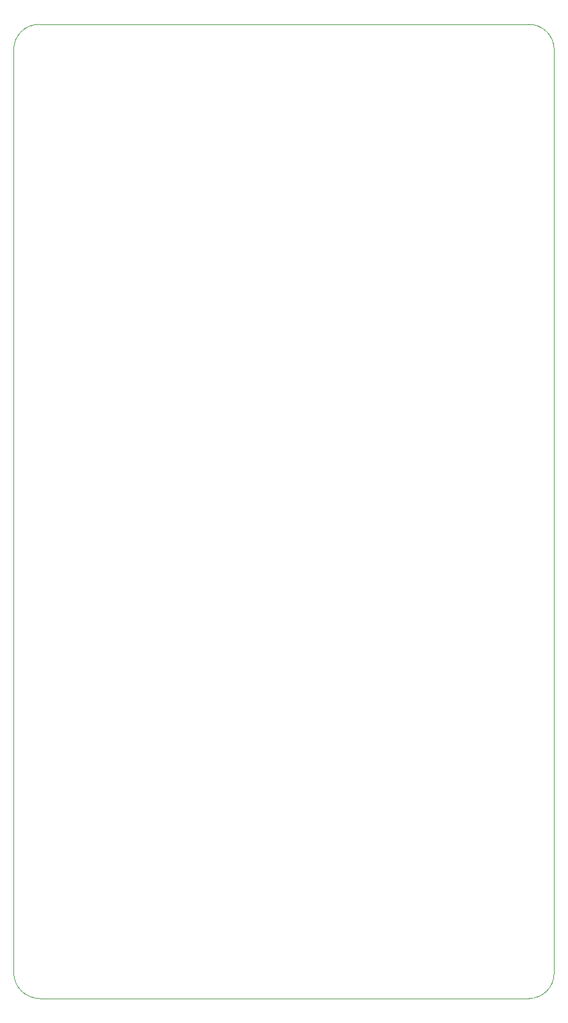
<source format=gbr>
%TF.GenerationSoftware,KiCad,Pcbnew,9.0.0*%
%TF.CreationDate,2025-05-10T16:00:55+04:00*%
%TF.ProjectId,Dumpling_Main,44756d70-6c69-46e6-975f-4d61696e2e6b,rev?*%
%TF.SameCoordinates,Original*%
%TF.FileFunction,Profile,NP*%
%FSLAX46Y46*%
G04 Gerber Fmt 4.6, Leading zero omitted, Abs format (unit mm)*
G04 Created by KiCad (PCBNEW 9.0.0) date 2025-05-10 16:00:55*
%MOMM*%
%LPD*%
G01*
G04 APERTURE LIST*
%TA.AperFunction,Profile*%
%ADD10C,0.050000*%
%TD*%
G04 APERTURE END LIST*
D10*
X97100000Y-179600000D02*
G75*
G02*
X93500000Y-176000000I0J3600000D01*
G01*
X165000000Y-44400000D02*
G75*
G02*
X168500000Y-47900000I0J-3500000D01*
G01*
X93500000Y-176000000D02*
X93500000Y-47900000D01*
X97000000Y-44400000D02*
X165000000Y-44400000D01*
X93500000Y-47900000D02*
G75*
G02*
X97000000Y-44400000I3500000J0D01*
G01*
X97100000Y-179600000D02*
X165000000Y-179600000D01*
X168500000Y-176100000D02*
G75*
G02*
X165000000Y-179600000I-3500000J0D01*
G01*
X168500000Y-47900000D02*
X168500000Y-176100000D01*
M02*

</source>
